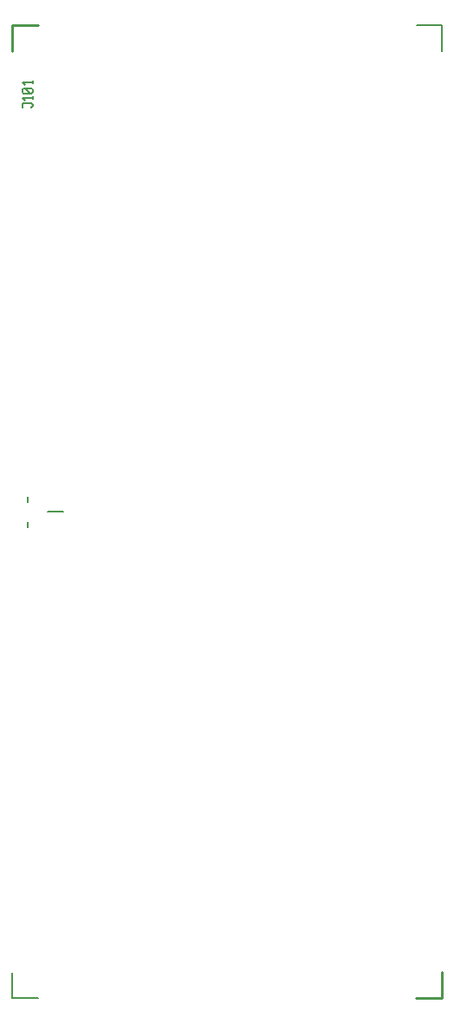
<source format=gbr>
G04 start of page 8 for group -4079 idx -4079 *
G04 Title: 26.002.00.01.01.pcb, topsilk *
G04 Creator: pcb 20100929 *
G04 CreationDate: Wed Mar 18 07:56:07 2015 UTC *
G04 For: bert *
G04 Format: Gerber/RS-274X *
G04 PCB-Dimensions: 196850 393701 *
G04 PCB-Coordinate-Origin: lower left *
%MOIN*%
%FSLAX25Y25*%
%LNFRONTSILK*%
%ADD14C,0.0080*%
%ADD16C,0.0100*%
G54D14*X9843Y9842D02*X19686D01*
X175197Y383858D02*X165355D01*
X175197D02*Y374015D01*
X9843Y9842D02*Y19685D01*
X23622Y196851D02*X29528D01*
X15748Y200788D02*Y202756D01*
Y192914D02*Y190945D01*
G54D16*X19843Y383858D02*X9843D01*
Y373858D01*
X175197Y9842D02*X165197D01*
X175197Y19842D02*Y9842D01*
G54D14*X13779Y353863D02*Y352363D01*
Y353863D02*X17279D01*
X17779Y353363D02*X17279Y353863D01*
X17779Y353363D02*Y352863D01*
X17279Y352363D02*X17779Y352863D01*
Y356564D02*Y355564D01*
X13779Y356064D02*X17779D01*
X14779Y355064D02*X13779Y356064D01*
X17279Y357765D02*X17779Y358265D01*
X14279Y357765D02*X17279D01*
X14279D02*X13779Y358265D01*
Y359265D02*Y358265D01*
Y359265D02*X14279Y359765D01*
X17279D01*
X17779Y359265D02*X17279Y359765D01*
X17779Y359265D02*Y358265D01*
X16779Y357765D02*X14779Y359765D01*
X17779Y362466D02*Y361466D01*
X13779Y361966D02*X17779D01*
X14779Y360966D02*X13779Y361966D01*
M02*

</source>
